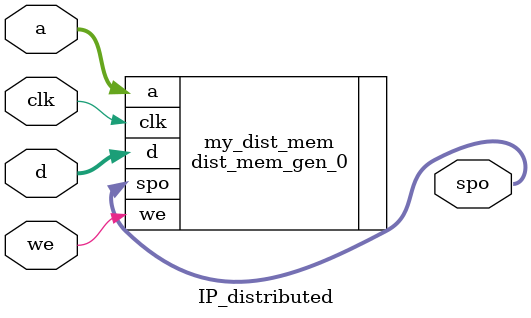
<source format=v>
`timescale 1ns / 1ps


module IP_distributed(
    input wire [3 : 0] a,
    input wire [7 : 0] d,
    input wire clk,
    input wire we,
    output wire [7 : 0] spo
    );
dist_mem_gen_0   my_dist_mem (
  .a(a),        	
  .d(d),        
  .clk(clk),    	
  .we(we),      
  .spo(spo)    
);
endmodule


</source>
